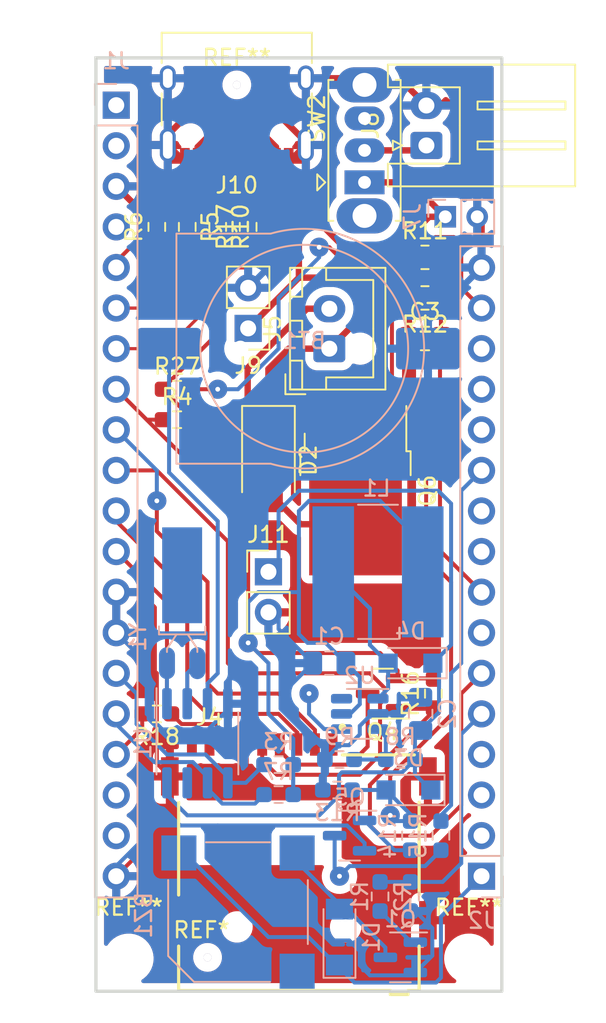
<source format=kicad_pcb>
(kicad_pcb (version 20211014) (generator pcbnew)
  (layers (0 "F.Cu" signal) (1 "In1.Cu" signal) (2 "In2.Cu" signal) (31 "B.Cu" signal) (34 "B.Paste" user) (35 "F.Paste" user) (36 "B.SilkS" user "B.Silkscreen") (37 "F.SilkS" user "F.Silkscreen") (38 "B.Mask" user) (39 "F.Mask" user) (44 "Edge.Cuts" user))
  (net 0 "")
  (net 1 "+3V3")
  (net 2 "/SS")
  (net 3 "/MOSI")
  (net 4 "/SCK")
  (net 5 "GND")
  (net 6 "/MISO")
  (net 10 "/SDA")
  (net 11 "/SCL")
  (net 23 "Net-(BT1-Pad1)")
  (net 24 "Net-(BZ1-Pad2)")
  (net 25 "/+5V_AUX")
  (net 26 "/Vbat")
  (net 27 "/Vin")
  (net 28 "+5V")
  (net 30 "Net-(J4-PadP4)")
  (net 33 "Net-(J7-Pad1)")
  (net 34 "Net-(J8-Pad1)")
  (net 35 "Net-(Q1-Pad1)")
  (net 36 "/SD_EN")
  (net 37 "Net-(Q5-Pad1)")
  (net 38 "/BUZZER")
  (net 39 "Net-(R8-Pad2)")
  (net 40 "/BoostEN")
  (net 41 "Net-(U1-Pad1)")
  (net 42 "Net-(U1-Pad2)")
  (net 45 "/D+")
  (net 48 "/D-")
  (net 51 "Net-(D4-Pad2)")
  (net 52 "Net-(Q5-Pad3)")
  (net 53 "/QC_D+")
  (net 54 "/QC_D-")
  (net 55 "Net-(Q6-Pad1)")
  (net 56 "Net-(D2-Pad2)")
  (net 57 "/MOSFET")
  (footprint "Diode_SMD:D_SMA" (layer "F.Cu") (at 102.87 66.6775 -90)
    (fp_text reference "D2")
    (fp_text value "1N5819")
  )
  (footprint "MountingHole:MountingHole_2.1mm" (layer "F.Cu") (at 94.125 97.8625)
    (fp_text reference "REF**")
    (fp_text value "MountingHole_2.1mm")
  )
  (footprint "Resistor_SMD:R_0603_1608Metric_Pad0.98x0.95mm_HandSolder" (layer "F.Cu") (at 97.155 64.1375)
    (fp_text reference "R4")
    (fp_text value "12k")
  )
  (footprint "Resistor_SMD:R_0603_1608Metric_Pad0.98x0.95mm_HandSolder" (layer "F.Cu") (at 97.155 62.2325)
    (fp_text reference "R27")
    (fp_text value "150")
  )
  (footprint "Resistor_SMD:R_0603_1608Metric_Pad0.98x0.95mm_HandSolder" (layer "F.Cu") (at 95.885 52.0725 90)
    (fp_text reference "R6")
    (fp_text value "12k")
  )
  (footprint "Connector_JST:JST_XH_B2B-XH-A_1x02_P2.50mm_Vertical" (layer "F.Cu") (at 106.68 59.6925 90)
    (fp_text reference "J5")
    (fp_text value "Conn_01x02")
  )
  (footprint "Package_TO_SOT_SMD:TO-252-2" (layer "F.Cu") (at 108.318125 68.5825 -90)
    (fp_text reference "Q6")
    (fp_text value "AOD472")
  )
  (footprint "Resistor_SMD:R_0805_2012Metric_Pad1.20x1.40mm_HandSolder" (layer "F.Cu") (at 112.665 56.5175 180)
    (fp_text reference "R12")
    (fp_text value "100k")
  )
  (footprint "Fiducial:Fiducial_0.5mm_Mask1.5mm" (layer "F.Cu") (at 100.89 43.1825)
    (fp_text reference "REF**")
    (fp_text value "Fiducial_0.5mm_Mask1.5mm")
  )
  (footprint "Connector_PinHeader_2.54mm:PinHeader_1x02_P2.54mm_Vertical" (layer "F.Cu") (at 101.6 58.4225 180)
    (fp_text reference "J9")
    (fp_text value "Conn_01x02")
  )
  (footprint "Connector_USB:USB_C_Receptacle_HRO_TYPE-C-31-M-12" (layer "F.Cu") (at 100.89 43.8175 180)
    (fp_text reference "J10")
    (fp_text value "USB_C_Receptacle_USB2.0")
  )
  (footprint "Resistor_SMD:R_0603_1608Metric_Pad0.98x0.95mm_HandSolder" (layer "F.Cu") (at 113.19 81.2825 90)
    (fp_text reference "R16")
    (fp_text value "12k")
  )
  (footprint "Resistor_SMD:R_0603_1608Metric_Pad0.98x0.95mm_HandSolder" (layer "F.Cu") (at 99.695 52.0725 -90)
    (fp_text reference "R10")
    (fp_text value "100")
  )
  (footprint "Resistor_SMD:R_0603_1608Metric_Pad0.98x0.95mm_HandSolder" (layer "F.Cu") (at 101.6 52.0725 90)
    (fp_text reference "R17")
    (fp_text value "12k")
  )
  (footprint "Button_Switch_THT:SW_Slide_1P2T_CK_OS102011MS2Q" (layer "F.Cu") (at 108.8825 49.2825 90)
    (fp_text reference "SW2")
    (fp_text value "SW_SPST")
  )
  (footprint "Resistor_SMD:R_0603_1608Metric_Pad0.98x0.95mm_HandSolder" (layer "F.Cu") (at 97.79 52.0725 -90)
    (fp_text reference "R5")
    (fp_text value "100")
  )
  (footprint "Resistor_SMD:R_0805_2012Metric_Pad1.20x1.40mm_HandSolder" (layer "F.Cu") (at 112.665 53.9775)
    (fp_text reference "R11")
    (fp_text value "100k")
  )
  (footprint "Package_TO_SOT_SMD:SOT-23" (layer "F.Cu") (at 110.015 81.2825 180)
    (fp_text reference "Q4")
    (fp_text value "Si2301")
  )
  (footprint "Connector_JST:JST_XH_S2B-XH-A_1x02_P2.50mm_Horizontal" (layer "F.Cu") (at 112.755 46.9725 90)
    (fp_text reference "J8")
    (fp_text value "LiPo")
  )
  (footprint "CustomComponents:GCT_MEM2075-00-140-01-A" (layer "F.Cu") (at 104.3 95.8875)
    (fp_text reference "J4")
    (fp_text value "MicroSD")
  )
  (footprint "Connector_PinHeader_2.54mm:PinHeader_1x02_P2.54mm_Vertical" (layer "F.Cu") (at 102.87 73.6575)
    (fp_text reference "J11")
    (fp_text value "Conn_01x02")
  )
  (footprint "Capacitor_SMD:C_0805_2012Metric_Pad1.18x1.45mm_HandSolder" (layer "F.Cu") (at 112.665 59.0575)
    (fp_text reference "C3")
    (fp_text value "100n")
  )
  (footprint "Resistor_SMD:R_0603_1608Metric_Pad0.98x0.95mm_HandSolder" (layer "F.Cu") (at 95.885 82.5525 180)
    (fp_text reference "R18")
    (fp_text value "12k")
  )
  (footprint "Fiducial:Fiducial_0.5mm_Mask1.5mm" (layer "F.Cu") (at 99.06 97.7925)
    (fp_text reference "REF**")
    (fp_text value "Fiducial_0.5mm_Mask1.5mm")
  )
  (footprint "MountingHole:MountingHole_2.1mm" (layer "F.Cu") (at 115.425 97.8625)
    (fp_text reference "REF**")
    (fp_text value "MountingHole_2.1mm")
  )
  (footprint "Resistor_SMD:R_0603_1608Metric_Pad0.98x0.95mm_HandSolder" (layer "B.Cu") (at 111.125 85.41 180)
    (fp_text reference "R8")
    (fp_text value "12k")
  )
  (footprint "Crystal:Crystal_DS26_D2.0mm_L6.0mm_Horizontal_1EP_style1" (layer "B.Cu") (at 96.52 79.3775)
    (fp_text reference "Y1")
    (fp_text value "32768")
  )
  (footprint "Connector_PinSocket_2.54mm:PinSocket_1x20_P2.54mm_Vertical" (layer "B.Cu") (at 93.345 44.4525 180)
    (fp_text reference "J1")
    (fp_text value "Conn_01x20")
  )
  (footprint "CustomComponents:CR1220Holder_SMD" (layer "B.Cu") (at 105.111764 59.6925 180)
    (fp_text reference "BT1")
    (fp_text value "Battery_Cell")
  )
  (footprint "Resistor_SMD:R_0603_1608Metric_Pad0.98x0.95mm_HandSolder" (layer "B.Cu") (at 111.76 90.1725 -90)
    (fp_text reference "R14")
    (fp_text value "150")
  )
  (footprint "Resistor_SMD:R_0603_1608Metric_Pad0.98x0.95mm_HandSolder" (layer "B.Cu") (at 103.505 87.6025 180)
    (fp_text reference "R7")
    (fp_text value "12k")
  )
  (footprint "Package_SO:SOIC-8_3.9x4.9mm_P1.27mm" (layer "B.Cu") (at 98.425 84.3925 -90)
    (fp_text reference "U1")
    (fp_text value "DS1307ZN+")
  )
  (footprint "Connector_PinHeader_2.00mm:PinHeader_1x02_P2.00mm_Vertical" (layer "B.Cu") (at 113.935 51.4375 -90)
    (fp_text reference "J7")
    (fp_text value "ToESP")
  )
  (footprint "Resistor_SMD:R_0603_1608Metric_Pad0.98x0.95mm_HandSolder" (layer "B.Cu") (at 107.185 87.315)
    (fp_text reference "R13")
    (fp_text value "12k")
  )
  (footprint "Diode_SMD:D_MiniMELF" (layer "B.Cu") (at 107.315 96.5225 90)
    (fp_text reference "D1")
    (fp_text value "LL4148")
  )
  (footprint "Buzzer_Beeper:MagneticBuzzer_Kobitone_254-EMB84Q-RO" (layer "B.Cu") (at 100.965 94.9575 -90)
    (fp_text reference "BZ1")
    (fp_text value "Buzzer")
  )
  (footprint "Diode_SMD:Nexperia_CFP3_SOD-123W" (layer "B.Cu") (at 111.76 79.3775 180)
    (fp_text reference "D4")
    (fp_text value "1N5819")
  )
  (footprint "Resistor_SMD:R_0603_1608Metric_Pad0.98x0.95mm_HandSolder" (layer "B.Cu") (at 103.505 85.7275 180)
    (fp_text reference "R3")
    (fp_text value "12k")
  )
  (footprint "Connector_PinSocket_2.54mm:PinSocket_1x16_P2.54mm_Vertical" (layer "B.Cu") (at 116.205 92.7125)
    (fp_text reference "J2")
    (fp_text value "Conn_01x16")
  )
  (footprint "Package_TO_SOT_SMD:SOT-23" (layer "B.Cu") (at 111.125 97.7925 180)
    (fp_text reference "Q1")
    (fp_text value "Si2300")
  )
  (footprint "Capacitor_SMD:C_0805_2012Metric_Pad1.18x1.45mm_HandSolder" (layer "B.Cu") (at 106.68 79.3775 180)
    (fp_text reference "C1")
    (fp_text value "22u")
  )
  (footprint "Capacitor_SMD:C_0805_2012Metric_Pad1.18x1.45mm_HandSolder" (layer "B.Cu") (at 112.395 82.5525 90)
    (fp_text reference "C2")
    (fp_text value "22u")
  )
  (footprint "Resistor_SMD:R_0603_1608Metric_Pad0.98x0.95mm_HandSolder" (layer "B.Cu") (at 113.665 90.1725 -90)
    (fp_text reference "R15")
    (fp_text value "4.7k")
  )
  (footprint "Diode_SMD:Nexperia_CFP3_SOD-123W" (layer "B.Cu") (at 111.63 87.315 180)
    (fp_text reference "D3")
    (fp_text value "1N5819")
  )
  (footprint "Resistor_SMD:R_0603_1608Metric_Pad0.98x0.95mm_HandSolder" (layer "B.Cu") (at 109.855 93.9825 90)
    (fp_text reference "R2")
    (fp_text value "150")
  )
  (footprint "Package_TO_SOT_SMD:SOT-23" (layer "B.Cu") (at 107.95 90.1725 180)
    (fp_text reference "Q5")
    (fp_text value "Si2300")
  )
  (footprint "Resistor_SMD:R_0603_1608Metric_Pad0.98x0.95mm_HandSolder" (layer "B.Cu") (at 111.76 93.9825 -90)
    (fp_text reference "R1")
    (fp_text value "12k")
  )
  (footprint "Package_TO_SOT_SMD:SOT-23-6" (layer "B.Cu") (at 108.585 82.5525 180)
    (fp_text reference "U2")
    (fp_text value "MT3608")
  )
  (footprint "Inductor_SMD:L_Bourns-SRN8040_8x8.15mm" (layer "B.Cu") (at 109.725 73.6625 180)
    (fp_text reference "L1")
    (fp_text value "22u")
  )
  (footprint "Resistor_SMD:R_0603_1608Metric_Pad0.98x0.95mm_HandSolder" (layer "B.Cu") (at 107.315 85.41 180)
    (fp_text reference "R9")
    (fp_text value "1.67k")
  )
  (gr_rect (start 92.075 41.4925) (end 117.475 99.9125) (layer "Edge.Cuts") (width 0.2) (fill none))
  (segment (start 102.235 78.7425) (end 101.6 78.1075) (width 0.25) (layer "F.Cu") (net 1))
  (segment (start 110.9525 80.3325) (end 110.9525 79.84) (width 0.25) (layer "F.Cu") (net 1))
  (segment (start 109.855 78.7425) (end 102.235 78.7425) (width 0.25) (layer "F.Cu") (net 1))
  (segment (start 96.2425 64.1375) (end 95.25 64.1375) (width 0.25) (layer "F.Cu") (net 1))
  (segment (start 110.9525 79.84) (end 109.855 78.7425) (width 0.25) (layer "F.Cu") (net 1))
  (segment (start 93.345 62.2325) (end 101.6 70.4875) (width 0.25) (layer "F.Cu") (net 1))
  (segment (start 101.6 78.1075) (end 101.6 70.4875) (width 0.25) (layer "F.Cu") (net 1))
  (segment (start 110.9525 80.3325) (end 113.1525 80.3325) (width 0.25) (layer "F.Cu") (net 1))
  (segment (start 94.9725 83.465) (end 93.345 85.0925) (width 0.25) (layer "F.Cu") (net 1))
  (segment (start 94.9725 82.5525) (end 94.9725 83.465) (width 0.25) (layer "F.Cu") (net 1))
  (via (at 101.6 78.1075) (size 1.2) (drill 0.3) (layers "F.Cu" "B.Cu") (net 1))
  (segment (start 107.7175 79.3775) (end 106.4475 78.1075) (width 0.25) (layer "B.Cu") (net 1))
  (segment (start 107.315 98.4275) (end 108.25452 99.36702) (width 0.25) (layer "B.Cu") (net 1))
  (segment (start 104.4175 87.6025) (end 104.4175 84.1) (width 0.25) (layer "B.Cu") (net 1))
  (segment (start 102.87 96.5225) (end 105.374022 96.5225) (width 0.25) (layer "B.Cu") (net 1))
  (segment (start 109.855 69.2175) (end 112.525 71.8875) (width 0.25) (layer "B.Cu") (net 1))
  (segment (start 101.6 78.1075) (end 101.6 75.5675) (width 0.25) (layer "B.Cu") (net 1))
  (segment (start 104.775 77.561522) (end 104.775 69.8525) (width 0.25) (layer "B.Cu") (net 1))
  (segment (start 113.36048 99.36702) (end 113.665 99.0625) (width 0.25) (layer "B.Cu") (net 1))
  (segment (start 102.87 79.3775) (end 101.6 78.1075) (width 0.25) (layer "B.Cu") (net 1))
  (segment (start 97.265 91.2575) (end 97.605 91.2575) (width 0.25) (layer "B.Cu") (net 1))
  (segment (start 108.585 81.949052) (end 108.585 80.245) (width 0.25) (layer "B.Cu") (net 1))
  (segment (start 104.4175 87.6025) (end 104.4175 85.7275) (width 0.25) (layer "B.Cu") (net 1))
  (segment (start 104.4175 84.1) (end 102.87 82.5525) (width 0.25) (layer "B.Cu") (net 1))
  (segment (start 104.775 69.8525) (end 105.41 69.2175) (width 0.25) (layer "B.Cu") (net 1))
  (segment (start 107.981552 82.5525) (end 108.585 81.949052) (width 0.25) (layer "B.Cu") (net 1))
  (segment (start 105.320978 78.1075) (end 104.775 77.561522) (width 0.25) (layer "B.Cu") (net 1))
  (segment (start 101.6 75.5675) (end 102.235 74.9325) (width 0.25) (layer "B.Cu") (net 1))
  (segment (start 97.605 91.2575) (end 102.87 96.5225) (width 0.25) (layer "B.Cu") (net 1))
  (segment (start 113.665 99.0625) (end 113.665 95.2525) (width 0.25) (layer "B.Cu") (net 1))
  (segment (start 108.25452 99.36702) (end 113.36048 99.36702) (width 0.25) (layer "B.Cu") (net 1))
  (segment (start 108.585 80.245) (end 107.7175 79.3775) (width 0.25) (layer "B.Cu") (net 1))
  (segment (start 102.235 74.9325) (end 104.775 74.9325) (width 0.25) (layer "B.Cu") (net 1))
  (segment (start 113.665 95.2525) (end 116.205 92.7125) (width 0.25) (layer "B.Cu") (net 1))
  (segment (start 102.87 82.5525) (end 102.87 79.3775) (width 0.25) (layer "B.Cu") (net 1))
  (segment (start 105.374022 96.5225) (end 107.124022 98.2725) (width 0.25) (layer "B.Cu") (net 1))
  (segment (start 106.4475 78.1075) (end 105.320978 78.1075) (width 0.25) (layer "B.Cu") (net 1))
  (segment (start 109.855 69.2175) (end 105.41 69.2175) (width 0.25) (layer "B.Cu") (net 1))
  (segment (start 104.4175 85.7275) (end 104.4175 84.1) (width 0.25) (layer "B.Cu") (net 1))
  (segment (start 99.06 80.6475) (end 99.06 74.2975) (width 0.25) (layer "F.Cu") (net 2))
  (segment (start 105.78 83.5575) (end 103.505 81.2825) (width 0.25) (layer "F.Cu") (net 2))
  (segment (start 99.06 74.2975) (end 95.885 71.1225) (width 0.25) (layer "F.Cu") (net 2))
  (segment (start 105.78 84.4675) (end 105.78 83.5575) (width 0.25) (layer "F.Cu") (net 2))
  (segment (start 95.885 71.1225) (end 95.885 69.2175) (width 0.25) (layer "F.Cu") (net 2))
  (segment (start 103.505 81.2825) (end 99.695 81.2825) (width 0.25) (layer "F.Cu") (net 2))
  (segment (start 99.695 81.2825) (end 99.06 80.6475) (width 0.25) (layer "F.Cu") (net 2))
  (via (at 95.885 69.2175) (size 1.2) (drill 0.3) (layers "F.Cu" "B.Cu") (net 2))
  (segment (start 95.885 67.3125) (end 93.345 64.7725) (width 0.25) (layer "B.Cu") (net 2))
  (segment (start 95.885 69.2175) (end 95.885 67.3125) (width 0.25) (layer "B.Cu") (net 2))
  (segment (start 104.68 83.7275) (end 103.505 82.5525) (width 0.25) (layer "F.Cu") (net 3))
  (segment (start 104.68 84.4675) (end 104.68 83.7275) (width 0.25) (layer "F.Cu") (net 3))
  (segment (start 97.79 81.2825) (end 97.79 74.9325) (width 0.25) (layer "F.Cu") (net 3))
  (segment (start 99.06 82.5525) (end 97.79 81.2825) (width 0.25) (layer "F.Cu") (net 3))
  (segment (start 103.505 82.5525) (end 99.06 82.5525) (width 0.25) (layer "F.Cu") (net 3))
  (segment (start 97.79 74.9325) (end 93.345 70.4875) (width 0.25) (layer "F.Cu") (net 3))
  (segment (start 102.48 84.4675) (end 102.48 85.44249) (width 0.25) (layer "F.Cu") (net 4))
  (segment (start 95.885 67.3125) (end 93.345 67.3125) (width 0.25) (layer "F.Cu") (net 4))
  (segment (start 108.585359 86.3625) (end 109.855 85.092859) (width 0.25) (layer "F.Cu") (net 4))
  (segment (start 109.855 81.913572) (end 110.13952 81.629052) (width 0.25) (layer "F.Cu") (net 4))
  (segment (start 110.13952 81.629052) (end 110.13952 80.93202) (width 0.25) (layer "F.Cu") (net 4))
  (segment (start 100.965 80.0125) (end 100.33 79.3775) (width 0.25) (layer "F.Cu") (net 4))
  (segment (start 109.22 80.0125) (end 100.965 80.0125) (width 0.25) (layer "F.Cu") (net 4))
  (segment (start 103.40001 86.3625) (end 108.585359 86.3625) (width 0.25) (layer "F.Cu") (net 4))
  (segment (start 102.48 85.44249) (end 103.40001 86.3625) (width 0.25) (layer "F.Cu") (net 4))
  (segment (start 109.855 85.092859) (end 109.855 81.913572) (width 0.25) (layer "F.Cu") (net 4))
  (segment (start 110.13952 80.93202) (end 109.22 80.0125) (width 0.25) (layer "F.Cu") (net 4))
  (segment (start 100.33 71.7575) (end 95.885 67.3125) (width 0.25) (layer "F.Cu") (net 4))
  (segment (start 100.33 79.3775) (end 100.33 71.7575) (width 0.25) (layer "F.Cu") (net 4))
  (segment (start 94.9725 51.16) (end 93.345 49.5325) (width 0.4) (layer "F.Cu") (net 5))
  (segment (start 96.57 50.475) (end 95.885 51.16) (width 0.4) (layer "F.Cu") (net 5))
  (segment (start 111.76 74.9325) (end 111.76 59.19) (width 0.25) (layer "F.Cu") (net 5))
  (segment (start 112.755 44.4725) (end 113.645 44.4725) (width 0.4) (layer "F.Cu") (net 5))
  (segment (start 100.86 86.4675) (end 101.38 85.9475) (width 0.25) (layer "F.Cu") (net 5))
  (segment (start 96.7 89.3575) (end 93.345 92.7125) (width 0.25) (layer "F.Cu") (net 5))
  (segment (start 96.57 46.9475) (end 96.57 50.475) (width 0.4) (layer "F.Cu") (net 5))
  (segment (start 108.4675 42.7675) (end 108.8825 43.1825) (width 0.4) (layer "F.Cu") (net 5))
  (segment (start 104.14 47.8625) (end 104.295 47.8625) (width 0.4) (layer "F.Cu") (net 5))
  (segment (start 97.485 47.8625) (end 96.57 46.9475) (width 0.4) (layer "F.Cu") (net 5))
  (segment (start 95.885 80.0125) (end 93.345 77.4725) (width 0.25) (layer "F.Cu") (net 5))
  (segment (start 111.76 74.9325) (end 111.76 66.6775) (width 0.4) (layer "F.Cu") (net 5))
  (segment (start 101.38 84.4675) (end 101.38 85.9475) (width 0.25) (layer "F.Cu") (net 5))
  (segment (start 111.665 56.5175) (end 111.665 59.02) (width 0.4) (layer "F.Cu") (net 5))
  (segment (start 111.465 43.1825) (end 112.755 44.4725) (width 0.4) (layer "F.Cu") (net 5))
  (segment (start 104.14 49.880469) (end 104.14 47.8625) (width 0.4) (layer "F.Cu") (net 5))
  (segment (start 103.505 76.1975) (end 109.225 76.1975) (width 0.25) (layer "F.Cu") (net 5))
  (segment (start 115.935 46.1075) (end 114.3 44.4725) (width 0.4) (layer "F.Cu") (net 5))
  (segment (start 104.295 47.8625) (end 105.21 46.9475) (width 0.4) (layer "F.Cu") (net 5))
  (segment (start 108.8825 43.1825) (end 111.465 43.1825) (width 0.4) (layer "F.Cu") (net 5))
  (segment (start 116.205 54.6125) (end 116.205 51.7075) (width 0.4) (layer "F.Cu") (net 5))
  (segment (start 109.225 76.1975) (end 110.495 76.1975) (width 0.25) (layer "F.Cu") (net 5))
  (segment (start 102.5925 51.16) (end 103.505 52.0725) (width 0.25) (layer "F.Cu") (net 5))
  (segment (start 95.885 85.6525) (end 95.885 80.0125) (width 0.25) (layer "F.Cu") (net 5))
  (segment (start 96.7 86.4675) (end 100.86 86.4675) (width 0.25) (layer "F.Cu") (net 5))
  (segment (start 111.665 59.02) (end 111.6275 59.0575) (width 0.4) (layer "F.Cu") (net 5))
  (segment (start 105.21 42.7675) (end 108.4675 42.7675) (width 0.4) (layer "F.Cu") (net 5))
  (segment (start 95.885 51.16) (end 94.9725 51.16) (width 0.4) (layer "F.Cu") (net 5))
  (segment (start 116.205 51.7075) (end 115.935 51.4375) (width 0.4) (layer "F.Cu") (net 5))
  (segment (start 114.3 44.4725) (end 113.9725 44.145) (width 0.4) (layer "F.Cu") (net 5))
  (segment (start 96.7 86.4675) (end 96.7 89.3575) (width 0.25) (layer "F.Cu") (net 5))
  (segment (start 105.21 46.75216) (end 103.54534 45.0875) (width 0.4) (layer "F.Cu") (net 5))
  (segment (start 108.333125 66.6775) (end 111.76 66.6775) (width 0.4) (layer "F.Cu") (net 5))
  (segment (start 111.6275 59.0575) (end 111.76 59.19) (width 0.4) (layer "F.Cu") (net 5))
  (segment (start 106.045 51.785469) (end 104.14 49.880469) (width 0.4) (layer "F.Cu") (net 5))
  (segment (start 105.21 46.9475) (end 105.21 42.7675) (width 0.4) (layer "F.Cu") (net 5))
  (segment (start 102.87 76.1975) (end 110.495 76.1975) (width 0.4) (layer "F.Cu") (net 5))
  (segment (start 111.76 59.19) (end 111.76 66.6775) (width 0.4) (layer "F.Cu") (net 5))
  (segment (start 96.57 46.9475) (end 96.57 42.7675) (width 0.25) (layer "F.Cu") (net 5))
  (segment (start 103.505 52.0725) (end 103.505 53.9775) (width 0.25) (layer "F.Cu") (net 5))
  (segment (start 106.045 51.785469) (end 110.777031 56.5175) (width 0.4) (layer "F.Cu") (net 5))
  (segment (start 97.79 45.0875) (end 96.57 46.3075) (width 0.4) (layer "F.Cu") (net 5))
  (segment (start 96.7 86.4675) (end 95.885 85.6525) (width 0.25) (layer "F.Cu") (net 5))
  (segment (start 101.6 51.16) (end 102.5925 51.16) (width 0.25) (layer "F.Cu") (net 5))
  (segment (start 103.505 53.9775) (end 101.6 55.8825) (width 0.25) (layer "F.Cu") (net 5))
  (segment (start 97.64 47.8625) (end 97.485 47.8625) (width 0.4) (layer "F.Cu") (net 5))
  (segment (start 106.038125 64.3825) (end 108.333125 66.6775) (width 0.4) (layer "F.Cu") (net 5))
  (segment (start 115.935 51.4375) (end 115.935 46.1075) (width 0.4) (layer "F.Cu") (net 5))
  (segment (start 103.54534 45.0875) (end 97.79 45.0875) (width 0.4) (layer "F.Cu") (net 5))
  (segment (start 111.665 56.5175) (end 110.777031 56.5175) (width 0.4) (layer "F.Cu") (net 5))
  (segment (start 110.495 76.1975) (end 111.76 74.9325) (width 0.4) (layer "F.Cu") (net 5))
  (segment (start 113.645 44.4725) (end 113.9725 44.145) (width 0.4) (layer "F.Cu") (net 5))
  (segment (start 100.33 82.293572) (end 98.801072 83.8225) (width 0.25) (layer "B.Cu") (net 5))
  (segment (start 93.345 92.0775) (end 95.885 89.5375) (width 0.25) (layer "B.Cu") (net 5))
  (segment (start 95.25 82.551782) (end 95.25 79.3775) (width 0.25) (layer "B.Cu") (net 5))
  (segment (start 113.12452 95.96452) (end 113.12452 97.68048) (width 0.25) (layer "B.Cu") (net 5))
  (segment (start 106.4025 84.815) (end 104.14 82.5525) (width 0.25) (layer "B.Cu") (net 5))
  (segment (start 106.894521 96.737021) (end 107.928543 96.737021) (width 0.25) (layer "B.Cu") (net 5))
  (segment (start 106.4025 85.41) (end 106.4025 84.815) (width 0.25) (layer "B.Cu") (net 5))
  (segment (start 107.928543 96.737021) (end 108.585 97.393478) (width 0.25) (layer "B.Cu") (net 5))
  (segment (start 95.885 89.5375) (end 99.695 89.5375) (width 0.25) (layer "B.Cu") (net 5))
  (segment (start 105.21 46.9475) (end 105.21 52.2725) (width 0.4) (layer "B.Cu") (net 5))
  (segment (start 108.8875 91.1225) (end 108.8875 90.638928) (width 0.25) (layer "B.Cu") (net 5))
  (segment (start 98.801072 83.8225) (end 96.520718 83.8225) (width 0.25) (layer "B.Cu") (net 5))
  (segment (start 104.14 80.88) (end 105.6425 79.3775) (width 0.25) (layer "B.Cu") (net 5))
  (segment (start 116.205 54.6125) (end 112.851764 57.965736) (width 0.4) (layer "B.Cu") (net 5))
  (segment (start 108.585 83.839993) (end 107.914513 84.51048) (width 0.25) (layer "B.Cu") (net 5))
  (segment (start 103.505 77.24) (end 105.6425 79.3775) (width 0.25) (layer "B.Cu") (net 5))
  (segment (start 107.30202 84.51048) (end 106.4025 85.41) (width 0.25) (layer "B.Cu") (net 5))
  (segment (start 93.345 74.9325) (end 93.345 77.4725) (width 0.25) (layer "B.Cu") (net 5))
  (segment (start 107.914513 84.51048) (end 107.30202 84.51048) (width 0.25) (layer "B.Cu") (net 5))
  (segment (start 113.12452 97.68048) (end 112.0625 98.7425) (width 0.25) (layer "B.Cu") (net 5))
  (segment (start 107.786072 89.5375) (end 99.695 89.5375) (width 0.25) (layer "B.Cu") (net 5))
  (segment (start 109.22 98.9175) (end 111.905 98.9175) (width 0.25) (layer "B.Cu") (net 5))
  (segment (start 108.8875 90.638928) (end 107.786072 89.5375) (width 0.25) (layer "B.Cu") (net 5))
  (segment (start 106.2725 87.315) (end 106.2725 85.54) (width 0.25) (layer "B.Cu") (net 5))
  (segment (start 108.585 97.393478) (end 108.585 98.2825) (width 0.25) (layer "B.Cu") (net 5))
  (segment (start 111.76 94.6) (end 113.12452 95.96452) (width 0.25) (layer "B.Cu") (net 5))
  (segment (start 108.585 98.2825) (end 109.22 98.9175) (width 0.25) (layer "B.Cu") (net 5))
  (segment (start 96.520718 83.8225) (end 95.25 82.551782) (width 0.25) (layer "B.Cu") (net 5))
  (segment (start 111.3575 82.5525) (end 109.7225 82.5525) (width 0.25) (layer "B.Cu") (net 5))
  (segment (start 99.695 89.5375) (end 106.894521 96.737021) (width 0.25) (layer "B.Cu") (net 5))
  (segment (start 112.395 81.515) (end 111.3575 82.5525) (width 0.25) (layer "B.Cu") (net 5))
  (segment (start 101.6 55.8825) (end 105.21 52.2725) (width 0.4) (layer "B.Cu") (net 5))
  (segment (start 112.851764 57.965736) (end 112.851764 59.6925) (width 0.4) (layer "B.Cu") (net 5))
  (segment (start 103.505 76.1975) (end 103.505 77.24) (width 0.25) (layer "B.Cu") (net 5))
  (segment (start 108.585 83.306428) (end 108.585 83.839993) (width 0.25) (layer "B.Cu") (net 5))
  (segment (start 109.338928 82.5525) (end 108.585 83.306428) (width 0.25) (layer "B.Cu") (net 5))
  (segment (start 95.25 79.3775) (end 93.345 77.4725) (width 0.25) (layer "B.Cu") (net 5))
  (segment (start 104.14 82.5525) (end 104.14 80.88) (width 0.25) (layer "B.Cu") (net 5))
  (segment (start 97.4325 83.1875) (end 99.559022 83.1875) (width 0.25) (layer "F.Cu") (net 6))
  (segment (start 96.52 75.5675) (end 96.52 82.275) (width 0.25) (layer "F.Cu") (net 6))
  (segment (start 93.345 72.3925) (end 96.52 75.5675) (width 0.25) (layer "F.Cu") (net 6))
  (segment (start 99.559022 83.1875) (end 100.28 83.908478) (width 0.25) (layer "F.Cu") (net 6))
  (segment (start 96.52 82.275) (end 97.4325 83.1875) (width 0.25) (layer "F.Cu") (net 6))
  (segment (start 101.4525 86.8675) (end 102.5925 85.7275) (width 0.25) (layer "B.Cu") (net 10))
  (segment (start 94.615 83.1875) (end 94.615 81.2825) (width 0.25) (layer "B.Cu") (net 10))
  (segment (start 100.33 86.491428) (end 98.930713 85.092141) (width 0.25) (layer "B.Cu") (net 10))
  (segment (start 98.930713 85.092141) (end 96.519641 85.092141) (width 0.25) (layer "B.Cu") (net 10))
  (segment (start 100.33 86.8675) (end 101.4525 86.8675) (width 0.25) (layer "B.Cu") (net 10))
  (segment (start 94.615 81.2825) (end 93.345 80.0125) (width 0.25) (layer "B.Cu") (net 10))
  (segment (start 96.519641 85.092141) (end 94.615 83.1875) (width 0.25) (layer "B.Cu") (net 10))
  (segment (start 95.72548 85.56798) (end 93.345 83.1875) (width 0.25) (layer "B.Cu") (net 11))
  (segment (start 98.136552 85.56798) (end 95.72548 85.56798) (width 0.25) (layer "B.Cu") (net 11))
  (segment (start 99.06 87.243572) (end 99.983448 88.16702) (width 0.25) (layer "B.Cu") (net 11))
  (segment (start 99.06 86.491428) (end 98.136552 85.56798) (width 0.25) (layer "B.Cu") (net 11))
  (segment (start 99.983448 88.16702) (end 102.02798 88.16702) (width 0.25) (layer "B.Cu") (net 11))
  (segment (start 102.02798 88.16702) (end 102.5925 87.6025) (width 0.25) (layer "B.Cu") (net 11))
  (segment (start 96.651764 59.6925) (end 96.651764 67.444264) (width 0.25) (layer "B.Cu") (net 23))
  (segment (start 99.06 81.9175) (end 99.06 80.6475) (width 0.25) (layer "B.Cu") (net 23))
  (segment (start 96.651764 67.444264) (end 99.695 70.4875) (width 0.25) (layer "B.Cu") (net 23))
  (segment (start 99.695 80.0125) (end 99.695 70.4875) (width 0.25) (layer "B.Cu") (net 23))
  (segment (start 99.06 80.6475) (end 99.695 80.0125) (width 0.25) (layer "B.Cu") (net 23))
  (segment (start 107.315 94.4775) (end 104.665 91.8275) (width 0.25) (layer "B.Cu") (net 24))
  (segment (start 110.1875 97.7925) (end 110.1875 97.173594) (width 0.25) (layer "B.Cu") (net 24))
  (segment (start 107.491405 94.4775) (end 110.1875 97.173594) (width 0.25) (layer "B.Cu") (net 24))
  (segment (start 112.0375 85.41) (end 112.0375 83.9475) (width 0.25) (layer "B.Cu") (net 25))
  (segment (start 107.28548 87.66202) (end 107.28548 86.39202) (width 0.25) (layer "B.Cu") (net 25))
  (segment (start 113.494022 68.5825) (end 104.775 68.5825) (width 0.25) (layer "B.Cu") (net 25))
  (segment (start 112.0375 86.3225) (end 113.03 87.315) (width 0.25) (layer "B.Cu") (net 25))
  (segment (start 111.23798 86.20952) (end 112.0375 85.41) (width 0.25) (layer "B.Cu") (net 25))
  (segment (start 97.79 88.9025) (end 106.045 88.9025) (width 0.25) (layer "B.Cu") (net 25))
  (segment (start 103.505 69.8525) (end 103.505 73.6575) (width 0.25) (layer "B.Cu") (net 25))
  (segment (start 104.775 68.5825) (end 103.505 69.8525) (width 0.25) (layer "B.Cu") (net 25))
  (segment (start 113.16 79.3775) (end 114.3 78.2375) (width 0.25) (layer "B.Cu") (net 25))
  (segment (start 114.3 69.388478) (end 113.494022 68.5825) (width 0.25) (layer "B.Cu") (net 25))
  (segment (start 106.045 88.9025) (end 107.28548 87.66202) (width 0.25) (layer "B.Cu") (net 25))
  (segment (start 112.0375 85.41) (end 112.0375 86.3225) (width 0.25) (layer "B.Cu") (net 25))
  (segment (start 114.3 78.2375) (end 114.3 69.388478) (width 0.25) (layer "B.Cu") (net 25))
  (segment (start 96.52 87.6325) (end 97.79 88.9025) (width 0.25) (layer "B.Cu") (net 25))
  (segment (start 107.46798 86.20952) (end 111.23798 86.20952) (width 0.25) (layer "B.Cu") (net 25))
  (segment (start 112.395 83.59) (end 113.54452 82.44048) (width 0.25) (layer "B.Cu") (net 25))
  (segment (start 107.28548 86.39202) (end 107.46798 86.20952) (width 0.25) (layer "B.Cu") (net 25))
  (segment (start 113.54452 82.44048) (end 113.54452 79.76202) (width 0.25) (layer "B.Cu") (net 25))
  (segment (start 113.60548 72.33298) (end 116.205 74.9325) (width 0.25) (layer "F.Cu") (net 26))
  (segment (start 113.60548 59.15452) (end 113.60548 72.33298) (width 0.25) (layer "F.Cu") (net 26))
  (segment (start 113.665 53.9775) (end 113.665 59.02) (width 0.25) (layer "F.Cu") (net 26))
  (segment (start 99.68485 45.827989) (end 102.129511 45.827989) (width 0.4) (layer "F.Cu") (net 27))
  (segment (start 102.87 60.9625) (end 102.87 64.6775) (width 0.4) (layer "F.Cu") (net 27))
  (segment (start 106.68 59.6925) (end 104.14 59.6925) (width 0.4) (layer "F.Cu") (net 27))
  (segment (start 98.44 47.8625) (end 98.44 47.072839) (width 0.4) (layer "F.Cu") (net 27))
  (segment (start 104.14 59.6925) (end 102.87 60.9625) (width 0.4) (layer "F.Cu") (net 27))
  (segment (start 103.34 47.8625) (end 103.34 50.6375) (width 0.4) (layer "F.Cu") (net 27))
  (segment (start 108.585 57.7875) (end 106.68 59.6925) (width 0.4) (layer "F.Cu") (net 27))
  (segment (start 108.585 56.5175) (end 108.585 57.7875) (width 0.4) (layer "F.Cu") (net 27))
  (segment (start 104.775 52.0725) (end 104.775 55.2475) (width 0.4) (layer "F.Cu") (net 27))
  (segment (start 103.34 47.072839) (end 103.34 47.8625) (width 0.4) (layer "F.Cu") (net 27))
  (segment (start 98.44 47.072839) (end 99.68485 45.827989) (width 0.4) (layer "F.Cu") (net 27))
  (segment (start 107.315 55.2475) (end 108.585 56.5175) (width 0.4) (layer "F.Cu") (net 27))
  (segment (start 104.775 55.2475) (end 107.315 55.2475) (width 0.4) (layer "F.Cu") (net 27))
  (segment (start 102.129511 45.86235) (end 103.34 47.072839) (width 0.4) (layer "F.Cu") (net 27))
  (segment (start 104.775 55.2475) (end 101.6 58.4225) (width 0.4) (layer "F.Cu") (net 27))
  (segment (start 102.129511 45.827989) (end 102.129511 45.86235) (width 0.4) (layer "F.Cu") (net 27))
  (segment (start 103.34 50.6375) (end 104.775 52.0725) (width 0.4) (layer "F.Cu") (net 27))
  (segment (start 114.3 82.618478) (end 114.3 74.2975) (width 0.25) (layer "F.Cu") (net 28))
  (segment (start 114.471247 52.7075) (end 114.935 53.171253) (width 0.25) (layer "F.Cu") (net 28))
  (segment (start 114.935 53.171253) (end 114.935 55.8825) (width 0.25) (layer "F.Cu") (net 28))
  (segment (start 114.935 55.8825) (end 116.205 57.1525) (width 0.25) (layer "F.Cu") (net 28))
  (segment (start 114.3 74.2975) (end 112.74048 72.73798) (width 0.25) (layer "F.Cu") (net 28))
  (segment (start 112.74048 53.289527) (end 113.322507 52.7075) (width 0.25) (layer "F.Cu") (net 28))
  (segment (start 112.74048 72.73798) (end 112.74048 53.289527) (width 0.25) (layer "F.Cu") (net 28))
  (segment (start 110.49 86.428478) (end 114.3 82.618478) (width 0.25) (layer "F.Cu") (net 28))
  (segment (start 110.49 88.9025) (end 110.49 86.428478) (width 0.25) (layer "F.Cu") (net 28))
  (segment (start 113.322507 52.7075) (end 114.471247 52.7075) (width 0.25) (layer "F.Cu") (net 28))
  (via (at 110.49 88.9025) (size 1.2) (drill 0.3) (layers "F.Cu" "B.Cu") (net 28))
  (segment (start 110.23 87.315) (end 108.0975 87.315) (width 0.25) (layer "B.Cu") (net 28))
  (segment (start 111.76 89.26) (end 111.76 88.845) (width 0.25) (layer "B.Cu") (net 28))
  (segment (start 110.8475 89.26) (end 110.49 88.9025) (width 0.25) (layer "B.Cu") (net 28))
  (segment (start 110.23 87.315) (end 111.76 88.845) (width 0.25) (layer "B.Cu") (net 28))
  (segment (start 111.76 89.26) (end 110.8475 89.26) (width 0.25) (layer "B.Cu") (net 28))
  (segment (start 110.49 88.9025) (end 110.49 87.575) (width 0.25) (layer "B.Cu") (net 28))
  (segment (start 103.58 84.8575) (end 104.45 85.7275) (width 0.25) (layer "F.Cu") (net 30))
  (segment (start 109.0775 84.6) (end 109.0775 81.2825) (width 0.25) (layer "F.Cu") (net 30))
  (segment (start 107.95 85.7275) (end 109.0775 84.6) (width 0.25) (layer "F.Cu") (net 30))
  (segment (start 104.45 85.7275) (end 107.95 85.7275) (width 0.25) (layer "F.Cu") (net 30))
  (segment (start 113.935 51.4375) (end 112.86 51.4375) (width 0.4) (layer "F.Cu") (net 33))
  (segment (start 111.665 53.9775) (end 111.665 52.8025) (width 0.25) (layer "F.Cu") (net 33))
  (segment (start 112.86 51.4375) (end 111.665 52.6325) (width 0.4) (layer "F.Cu") (net 33))
  (segment (start 111.665 52.6325) (end 111.665 53.9775) (width 0.4) (layer "F.Cu") (net 33))
  (segment (start 113.03 51.4375) (end 113.935 51.4375) (width 0.25) (layer "F.Cu") (net 33))
  (segment (start 111.665 52.8025) (end 113.03 51.4375) (width 0.25) (layer "F.Cu") (net 33))
  (segment (start 111.78 49.2825) (end 109.855 49.2825) (width 0.25) (layer "F.Cu") (net 33))
  (segment (start 111.78 49.2825) (end 113.935 51.4375) (width 0.4) (layer "F.Cu") (net 33))
  (segment (start 108.8825 49.2825) (end 111.78 49.2825) (width 0.4) (layer "F.Cu") (net 33))
  (segment (start 112.445 47.2825) (end 108.8825 47.2825) (width 0.4) (layer "F.Cu") (net 34))
  (segment (start 111.8025 96.8425) (end 109.855 94.895) (width 0.25) (layer "B.Cu") (net 35))
  (segment (start 109.22 86.9975) (end 110.49 85.7275) (width 0.25) (layer "F.Cu") (net 36))
  (segment (start 114.935 81.2825) (end 114.935 88.2675) (width 0.25) (layer "F.Cu") (net 36))
  (segment (start 116.205 80.0125) (end 114.935 81.2825) (width 0.25) (layer "F.Cu") (net 36))
  (segment (start 110.49 85.0925) (end 113.19 82.3925) (width 0.25) (layer "F.Cu") (net 36))
  (segment (start 113.03 90.1725) (end 109.855 90.1725) (width 0.25) (layer "F.Cu") (net 36))
  (segment (start 109.22 89.5375) (end 109.22 86.9975) (width 0.25) (layer "F.Cu") (net 36))
  (segment (start 110.9525 82.2325) (end 113.1525 82.2325) (width 0.25) (layer "F.Cu") (net 36))
  (segment (start 109.855 90.1725) (end 109.22 89.5375) (width 0.25) (layer "F.Cu") (net 36))
  (segment (start 110.49 85.7275) (end 110.49 85.0925) (width 0.25) (layer "F.Cu") (net 36))
  (segment (start 114.935 88.2675) (end 113.03 90.1725) (width 0.25) (layer "F.Cu") (net 36))
  (segment (start 108.8875 89.2225) (end 110.75 91.085) (width 0.25) (layer "B.Cu") (net 37))
  (segment (start 110.75 91.085) (end 111.76 91.085) (width 0.25) (layer "B.Cu") (net 37))
  (segment (start 116.205 82.5525) (end 114.935 83.8225) (width 0.25) (layer "B.Cu") (net 38))
  (segment (start 113.769908 93.07) (end 111.76 93.07) (width 0.25) (layer "B.Cu") (net 38))
  (segment (start 114.935 91.904908) (end 113.769908 93.07) (width 0.25) (layer "B.Cu") (net 38))
  (segment (start 114.935 83.8225) (end 114.935 91.904908) (width 0.25) (layer "B.Cu") (net 38))
  (segment (start 109.855 93.07) (end 111.76 93.07) (width 0.25) (layer "B.Cu") (net 38))
  (segment (start 110.2125 83.9925) (end 109.7225 83.5025) (width 0.25) (layer "B.Cu") (net 39))
  (segment (start 108.2275 85.41) (end 110.2125 85.41) (width 0.25) (layer "B.Cu") (net 39))
  (segment (start 110.2125 85.41) (end 110.2125 83.9925) (width 0.25) (layer "B.Cu") (net 39))
  (segment (start 113.665 88.9025) (end 114.3 88.2675) (width 0.25) (layer "B.Cu") (net 40))
  (segment (start 114.3 80.0125) (end 114.935 79.3775) (width 0.25) (layer "B.Cu") (net 40))
  (segment (start 114.3 88.2675) (end 114.3 80.0125) (width 0.25) (layer "B.Cu") (net 40))
  (segment (start 116.205 67.3125) (end 114.935 68.5825) (width 0.25) (layer "B.Cu") (net 40))
  (segment (start 114.935 79.3775) (end 114.935 68.5825) (width 0.25) (layer "B.Cu") (net 40))
  (segment (start 96.52 81.9175) (end 96.52 79.3775) (width 0.25) (layer "B.Cu") (net 41))
  (segment (start 97.79 80.0075) (end 97.79 81.9175) (width 0.25) (layer "B.Cu") (net 42))
  (segment (start 98.42 79.3775) (end 97.79 80.0075) (width 0.25) (layer "B.Cu") (net 42))
  (segment (start 101.14 47.8625) (end 101.14 46.5325) (width 0.2) (layer "F.Cu") (net 45))
  (segment (start 100.965 46.3575) (end 100.33 46.3575) (width 0.2) (layer "F.Cu") (net 45))
  (segment (start 100.33 46.3575) (end 100.14 46.5475) (width 0.2) (layer "F.Cu") (net 45))
  (segment (start 101.14 46.5325) (end 100.965 46.3575) (width 0.2) (layer "F.Cu") (net 45))
  (segment (start 100.14 49.0875) (end 100.14 46.5475) (width 0.2) (layer "F.Cu") (net 45))
  (segment (start 100.14 49.0875) (end 98.0675 51.16) (width 0.2) (layer "F.Cu") (net 45))
  (segment (start 101.530666 49.469699) (end 100.770188 49.469699) (width 0.2) (layer "F.Cu") (net 48))
  (segment (start 101.64 49.360365) (end 101.530666 49.469699) (width 0.2) (layer "F.Cu") (net 48))
  (segment (start 101.64 47.8625) (end 101.64 49.360365) (width 0.2) (layer "F.Cu") (net 48))
  (segment (start 100.64 50.215) (end 99.695 51.16) (width 0.2) (layer "F.Cu") (net 48))
  (segment (start 100.64 50.215) (end 100.64 47.8625) (width 0.2) (layer "F.Cu") (net 48))
  (segment (start 110.36 80.965) (end 109.7225 81.6025) (width 0.25) (layer "B.Cu") (net 51))
  (segment (start 110.36 79.3775) (end 110.36 80.965) (width 0.25) (layer "B.Cu") (net 51))
  (segment (start 109.22 78.2375) (end 110.36 79.3775) (width 0.25) (layer "B.Cu") (net 51))
  (segment (start 106.925 73.6625) (end 109.22 75.9575) (width 0.25) (layer "B.Cu") (net 51))
  (segment (start 109.22 75.9575) (end 109.22 78.2375) (width 0.25) (layer "B.Cu") (net 51))
  (via (at 107.315 92.7125) (size 1.2) (drill 0.3) (layers "F.Cu" "B.Cu") (net 52))
  (via (at 105.41 81.2825) (size 1.2) (drill 0.3) (layers "F.Cu" "B.Cu") (net 52))
  (segment (start 106.36 83.5025) (end 105.41 82.5525) (width 0.25) (layer "B.Cu") (net 52))
  (segment (start 112.6725 92.0775) (end 107.95 92.0775) (width 0.25) (layer "B.Cu") (net 52))
  (segment (start 105.41 82.5525) (end 105.41 81.2825) (width 0.25) (layer "B.Cu") (net 52))
  (segment (start 107.4475 83.5025) (end 106.36 83.5025) (width 0.25) (layer "B.Cu") (net 52))
  (segment (start 107.0125 92.41) (end 107.315 92.7125) (width 0.25) (layer "B.Cu") (net 52))
  (segment (start 107.0125 90.1725) (end 107.0125 92.41) (width 0.25) (layer "B.Cu") (net 52))
  (segment (start 107.95 92.0775) (end 107.315 92.7125) (width 0.25) (layer "B.Cu") (net 52))
  (segment (start 113.665 91.085) (end 112.6725 92.0775) (width 0.25) (layer "B.Cu") (net 52))
  (segment (start 97.155 56.5175) (end 96.52 57.1525) (width 0.2) (layer "F.Cu") (net 53))
  (segment (start 95.885 52.985) (end 97.79 52.985) (width 0.2) (layer "F.Cu") (net 53))
  (segment (start 96.52 57.1525) (end 93.345 57.1525) (width 0.2) (layer "F.Cu") (net 53))
  (segment (start 97.79 52.985) (end 97.155 53.62) (width 0.2) (layer "F.Cu") (net 53))
  (segment (start 97.155 53.62) (end 97.155 56.5175) (width 0.2) (layer "F.Cu") (net 53))
  (segment (start 98.425 57.7875) (end 96.52 59.6925) (width 0.2) (layer "F.Cu") (net 54))
  (segment (start 98.425 54.255) (end 98.425 57.7875) (width 0.2) (layer "F.Cu") (net 54))
  (segment (start 99.695 52.985) (end 98.425 54.255) (width 0.2) (layer "F.Cu") (net 54))
  (segment (start 99.695 52.985) (end 101.6 52.985) (width 0.2) (layer "F.Cu") (net 54))
  (segment (start 96.52 59.6925) (end 93.345 59.6925) (width 0.2) (layer "F.Cu") (net 54))
  (segment (start 110.598125 57.260625) (end 110.598125 64.3825) (width 0.25) (layer "F.Cu") (net 55))
  (segment (start 109.855 56.5175) (end 110.598125 57.260625) (width 0.25) (layer "F.Cu") (net 55))
  (segment (start 106.68 53.3425) (end 107.632141 54.294641) (width 0.25) (layer "F.Cu") (net 55))
  (segment (start 109.855 56.516782) (end 109.855 56.5175) (width 0.25) (layer "F.Cu") (net 55))
  (segment (start 107.632141 54.294641) (end 107.632859 54.294641) (width 0.25) (layer "F.Cu") (net 55))
  (segment (start 98.0675 62.2325) (end 99.695 62.2325) (width 0.25) (layer "F.Cu") (net 55))
  (segment (start 107.632859 54.294641) (end 109.855 56.516782) (width 0.25) (layer "F.Cu") (net 55))
  (segment (start 106.045 53.3425) (end 106.68 53.3425) (width 0.25) (layer "F.Cu") (net 55))
  (via (at 106.045 53.3425) (size 1.2) (drill 0.3) (layers "F.Cu" "B.Cu") (net 55))
  (via (at 99.695 62.2325) (size 1.2) (drill 0.3) (layers "F.Cu" "B.Cu") (net 55))
  (segment (start 106.045 53.9775) (end 103.505 56.5175) (width 0.25) (layer "B.Cu") (net 55))
  (segment (start 103.505 59.6925) (end 100.965 62.2325) (width 0.25) (layer "B.Cu") (net 55))
  (segment (start 100.965 62.2325) (end 99.695 62.2325) (width 0.25) (layer "B.Cu") (net 55))
  (segment (start 106.045 53.3425) (end 106.045 53.9775) (width 0.25) (layer "B.Cu") (net 55))
  (segment (start 103.505 56.5175) (end 103.505 59.6925) (width 0.25) (layer "B.Cu") (net 55))
  (segment (start 106.68 57.1925) (end 105.28 57.1925) (width 0.4) (layer "F.Cu") (net 56))
  (segment (start 105.28 57.1925) (end 101.570489 60.902011) (width 0.4) (layer "F.Cu") (net 56))
  (segment (start 101.570489 67.377989) (end 102.87 68.6775) (width 0.4) (layer "F.Cu") (net 56))
  (segment (start 108.318125 70.6825) (end 104.875 70.6825) (width 0.4) (layer "F.Cu") (net 56))
  (segment (start 104.875 70.6825) (end 102.87 68.6775) (width 0.4) (layer "F.Cu") (net 56))
  (segment (start 101.570489 60.902011) (end 101.570489 67.377989) (width 0.4) (layer "F.Cu") (net 56))
  (segment (start 95.515184 52.0725) (end 93.345 54.242684) (width 0.25) (layer "F.Cu") (net 57))
  (segment (start 100.549748 54.6125) (end 101.6 54.6125) (width 0.25) (layer "F.Cu") (net 57))
  (segment (start 102.87 53.3425) (end 102.87 52.7075) (width 0.25) (layer "F.Cu") (net 57))
  (segment (start 101.6 54.6125) (end 102.87 53.3425) (width 0.25) (layer "F.Cu") (net 57))
  (segment (start 98.0675 64.0575) (end 96.2425 62.2325) (width 0.25) (layer "F.Cu") (net 57))
  (segment (start 102.235 52.0725) (end 95.515184 52.0725) (width 0.25) (layer "F.Cu") (net 57))
  (segment (start 99.695 58.74) (end 99.695 55.467248) (width 0.25) (layer "F.Cu") (net 57))
  (segment (start 99.695 55.467248) (end 100.549748 54.6125) (width 0.25) (layer "F.Cu") (net 57))
  (segment (start 102.87 52.7075) (end 102.235 52.0725) (width 0.25) (layer "F.Cu") (net 57))
  (segment (start 96.2425 62.1925) (end 99.695 58.74) (width 0.25) (layer "F.Cu") (net 57))
  (zone (net 5) (net_name "GND") (layer "F.Cu") (connect_pads (clearance 0.508)) (min_thickness 0.254) (fill yes (thermal_gap 0.508) (thermal_bridge_width 0.508))
    (polygon (pts (xy 117.475 100.3325) (xy 92.075 100.3325) (xy 92.075 41.2775) (xy 117.475 41.2775)))
  )
  (zone (net 5) (net_name "GND") (layer "B.Cu") (connect_pads (clearance 0.508)) (min_thickness 0.254) (fill yes (thermal_gap 0.508) (thermal_bridge_width 0.508))
    (polygon (pts (xy 117.475 100.3325) (xy 92.075 100.3325) (xy 92.075 41.2775) (xy 117.475 41.2775)))
  )
)
</source>
